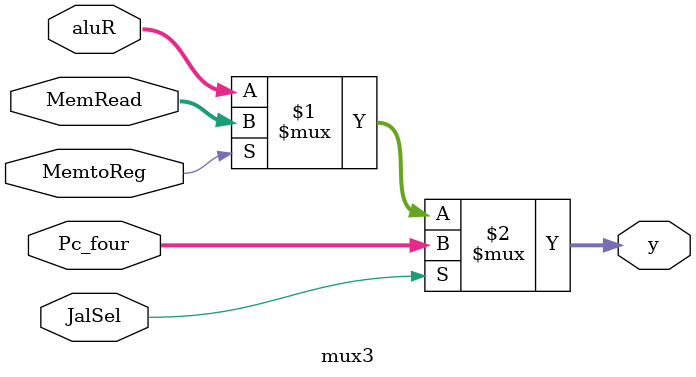
<source format=sv>
`timescale 1ns / 1ps

module mux3 #(
    parameter WIDTH = 32
) (
    input logic [WIDTH-1:0] aluR,
    MemRead, Pc_four,
    input logic MemtoReg, JalSel,
    output logic [WIDTH-1:0] y
);

  assign y = JalSel ? Pc_four : MemtoReg ? MemRead : aluR;

endmodule
</source>
